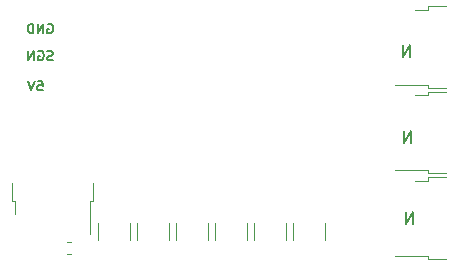
<source format=gbr>
%TF.GenerationSoftware,KiCad,Pcbnew,(6.0.5)*%
%TF.CreationDate,2023-01-05T14:47:55+08:00*%
%TF.ProjectId,Brushless_ESC_STC,42727573-686c-4657-9373-5f4553435f53,rev?*%
%TF.SameCoordinates,Original*%
%TF.FileFunction,Legend,Bot*%
%TF.FilePolarity,Positive*%
%FSLAX46Y46*%
G04 Gerber Fmt 4.6, Leading zero omitted, Abs format (unit mm)*
G04 Created by KiCad (PCBNEW (6.0.5)) date 2023-01-05 14:47:55*
%MOMM*%
%LPD*%
G01*
G04 APERTURE LIST*
%ADD10C,0.150000*%
%ADD11C,0.130000*%
%ADD12C,0.120000*%
G04 APERTURE END LIST*
D10*
X124618714Y-140660380D02*
X124618714Y-139660380D01*
X124047285Y-140660380D01*
X124047285Y-139660380D01*
X124491714Y-133802380D02*
X124491714Y-132802380D01*
X123920285Y-133802380D01*
X123920285Y-132802380D01*
X124364714Y-126563380D02*
X124364714Y-125563380D01*
X123793285Y-126563380D01*
X123793285Y-125563380D01*
D11*
X93700523Y-123806000D02*
X93776714Y-123767904D01*
X93891000Y-123767904D01*
X94005285Y-123806000D01*
X94081476Y-123882190D01*
X94119571Y-123958380D01*
X94157666Y-124110761D01*
X94157666Y-124225047D01*
X94119571Y-124377428D01*
X94081476Y-124453619D01*
X94005285Y-124529809D01*
X93891000Y-124567904D01*
X93814809Y-124567904D01*
X93700523Y-124529809D01*
X93662428Y-124491714D01*
X93662428Y-124225047D01*
X93814809Y-124225047D01*
X93319571Y-124567904D02*
X93319571Y-123767904D01*
X92862428Y-124567904D01*
X92862428Y-123767904D01*
X92481476Y-124567904D02*
X92481476Y-123767904D01*
X92291000Y-123767904D01*
X92176714Y-123806000D01*
X92100523Y-123882190D01*
X92062428Y-123958380D01*
X92024333Y-124110761D01*
X92024333Y-124225047D01*
X92062428Y-124377428D01*
X92100523Y-124453619D01*
X92176714Y-124529809D01*
X92291000Y-124567904D01*
X92481476Y-124567904D01*
X94138619Y-126815809D02*
X94024333Y-126853904D01*
X93833857Y-126853904D01*
X93757666Y-126815809D01*
X93719571Y-126777714D01*
X93681476Y-126701523D01*
X93681476Y-126625333D01*
X93719571Y-126549142D01*
X93757666Y-126511047D01*
X93833857Y-126472952D01*
X93986238Y-126434857D01*
X94062428Y-126396761D01*
X94100523Y-126358666D01*
X94138619Y-126282476D01*
X94138619Y-126206285D01*
X94100523Y-126130095D01*
X94062428Y-126092000D01*
X93986238Y-126053904D01*
X93795761Y-126053904D01*
X93681476Y-126092000D01*
X92919571Y-126092000D02*
X92995761Y-126053904D01*
X93110047Y-126053904D01*
X93224333Y-126092000D01*
X93300523Y-126168190D01*
X93338619Y-126244380D01*
X93376714Y-126396761D01*
X93376714Y-126511047D01*
X93338619Y-126663428D01*
X93300523Y-126739619D01*
X93224333Y-126815809D01*
X93110047Y-126853904D01*
X93033857Y-126853904D01*
X92919571Y-126815809D01*
X92881476Y-126777714D01*
X92881476Y-126511047D01*
X93033857Y-126511047D01*
X92538619Y-126853904D02*
X92538619Y-126053904D01*
X92081476Y-126853904D01*
X92081476Y-126053904D01*
X92862380Y-128593904D02*
X93243333Y-128593904D01*
X93281428Y-128974857D01*
X93243333Y-128936761D01*
X93167142Y-128898666D01*
X92976666Y-128898666D01*
X92900476Y-128936761D01*
X92862380Y-128974857D01*
X92824285Y-129051047D01*
X92824285Y-129241523D01*
X92862380Y-129317714D01*
X92900476Y-129355809D01*
X92976666Y-129393904D01*
X93167142Y-129393904D01*
X93243333Y-129355809D01*
X93281428Y-129317714D01*
X92595714Y-128593904D02*
X92329047Y-129393904D01*
X92062380Y-128593904D01*
D12*
%TO.C,C7*%
X110580000Y-142062252D02*
X110580000Y-140639748D01*
X107860000Y-142062252D02*
X107860000Y-140639748D01*
%TO.C,C6*%
X117184000Y-142062252D02*
X117184000Y-140639748D01*
X114464000Y-142062252D02*
X114464000Y-140639748D01*
%TO.C,C5*%
X113882000Y-142062252D02*
X113882000Y-140639748D01*
X111162000Y-142062252D02*
X111162000Y-140639748D01*
%TO.C,U1*%
X97557000Y-137241000D02*
X97557000Y-138741000D01*
X97287000Y-138741000D02*
X97287000Y-141571000D01*
X90927000Y-138741000D02*
X90927000Y-139841000D01*
X90657000Y-137241000D02*
X90657000Y-138741000D01*
X97557000Y-138741000D02*
X97287000Y-138741000D01*
X90657000Y-138741000D02*
X90927000Y-138741000D01*
%TO.C,Q15*%
X125927000Y-136758000D02*
X125927000Y-137028000D01*
X125927000Y-143658000D02*
X125927000Y-143388000D01*
X127427000Y-136758000D02*
X125927000Y-136758000D01*
X125927000Y-137028000D02*
X124827000Y-137028000D01*
X125927000Y-143388000D02*
X123097000Y-143388000D01*
X127427000Y-143658000D02*
X125927000Y-143658000D01*
%TO.C,Q13*%
X127427000Y-136419000D02*
X125927000Y-136419000D01*
X125927000Y-136149000D02*
X123097000Y-136149000D01*
X125927000Y-129789000D02*
X124827000Y-129789000D01*
X127427000Y-129519000D02*
X125927000Y-129519000D01*
X125927000Y-136419000D02*
X125927000Y-136149000D01*
X125927000Y-129519000D02*
X125927000Y-129789000D01*
%TO.C,Q11*%
X127427000Y-129180000D02*
X125927000Y-129180000D01*
X125927000Y-128910000D02*
X123097000Y-128910000D01*
X125927000Y-122550000D02*
X124827000Y-122550000D01*
X127427000Y-122280000D02*
X125927000Y-122280000D01*
X125927000Y-129180000D02*
X125927000Y-128910000D01*
X125927000Y-122280000D02*
X125927000Y-122550000D01*
%TO.C,C14*%
X100674000Y-142062252D02*
X100674000Y-140639748D01*
X97954000Y-142062252D02*
X97954000Y-140639748D01*
%TO.C,C12*%
X103976000Y-142062252D02*
X103976000Y-140639748D01*
X101256000Y-142062252D02*
X101256000Y-140639748D01*
%TO.C,C9*%
X107273000Y-142062252D02*
X107273000Y-140639748D01*
X104553000Y-142062252D02*
X104553000Y-140639748D01*
%TO.C,C1*%
X95650267Y-142238000D02*
X95357733Y-142238000D01*
X95650267Y-143258000D02*
X95357733Y-143258000D01*
%TD*%
M02*

</source>
